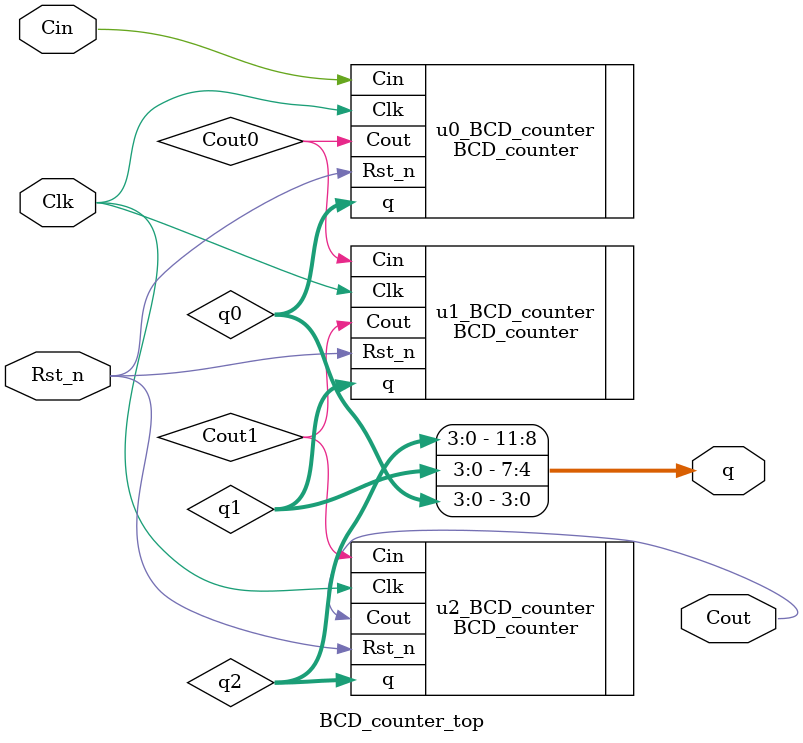
<source format=v>
`timescale 1ns / 1ps


module BCD_counter_top(
    Clk, Cin, Rst_n, Cout, q
    );
    input Clk;  //计数器基准时钟
    input Cin;  //计数器进位输入
    input Rst_n;//系统复位

    output Cout;//计数器进位输出
    output [11:0]q;//计数值输出

    wire Cout0;
    wire Cout1;
    wire [3 : 0] q0, q1, q2;
    
    assign q = {q2, q1, q0};

    BCD_counter u0_BCD_counter(
        .Clk(Clk), 
        .Cin(Cin), 
        .Rst_n(Rst_n), 
        .Cout(Cout0), 
        .q(q0)
    );

    BCD_counter u1_BCD_counter(
        .Clk(Clk), 
        .Cin(Cout0), 
        .Rst_n(Rst_n), 
        .Cout(Cout1), 
        .q(q1)
    );

    BCD_counter u2_BCD_counter(
        .Clk(Clk), 
        .Cin(Cout1), 
        .Rst_n(Rst_n), 
        .Cout(Cout), 
        .q(q2)
    );
endmodule

</source>
